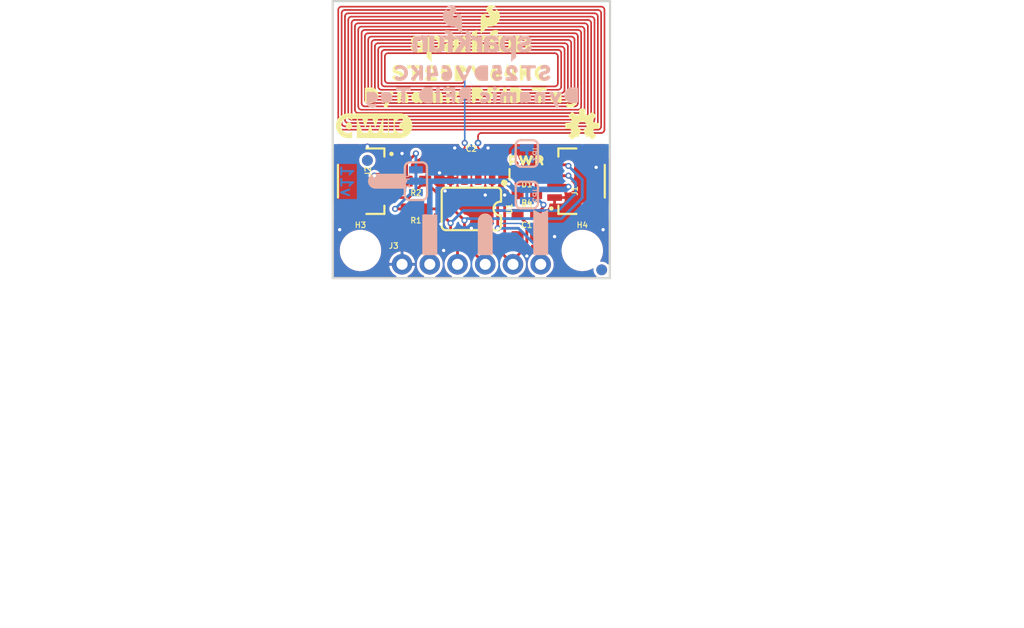
<source format=kicad_pcb>
(kicad_pcb (version 20221018) (generator pcbnew)
  (layers (0 "F.Cu" signal) (31 "B.Cu" signal) (34 "B.Paste" user) (35 "F.Paste" user) (36 "B.SilkS" user "B.Silkscreen") (37 "F.SilkS" user "F.Silkscreen") (38 "B.Mask" user) (39 "F.Mask" user) (44 "Edge.Cuts" user))
  (net 0 "")
  (net 1 "GND")
  (net 2 "3.3V")
  (net 3 "SCL")
  (net 4 "SDA")
  (net 5 "N$2")
  (net 6 "N$3")
  (net 7 "N$4")
  (net 8 "AC0")
  (net 9 "AC1")
  (net 10 "VEH")
  (net 11 "~{GPO}")
  (net 12 "N$5")
  (net 13 "N$1")
  (footprint "Qwiic_RFID_Tag:0603" (layer "F.Cu") (at 153.5811 111.8616)
    (fp_text reference "R4" (at 0 -0.762) (layer "F.SilkS") (effects (font (size 0.512064 0.512064) (thickness 0.097536)) (justify bottom)))
    (fp_text value "10k")
    (pad "1" smd roundrect (at -0.85 0) (size 1.1 1) (layers "F.Cu" "F.Paste" "F.Mask") (roundrect_rratio 0.0508) (net 11 "~{GPO}"))
    (pad "2" smd roundrect (at 0.85 0) (size 1.1 1) (layers "F.Cu" "F.Paste" "F.Mask") (roundrect_rratio 0.0508) (net 12 "N$5"))
  )
  (footprint "Qwiic_RFID_Tag:STAND-OFF" (layer "F.Cu") (at 138.3411 115.1636)
    (fp_text reference "H3" (at 0 -2.032) (layer "F.SilkS") (effects (font (size 0.512064 0.512064) (thickness 0.097536)) (justify bottom)))
    (fp_text value "STAND-OFF")
    (pad "" np_thru_hole circle (at 0 0) (size 3.302 3.302) (drill 3.302) (layers "*.Cu" "*.Mask"))
  )
  (footprint "Qwiic_RFID_Tag:0603" (layer "F.Cu") (at 153.5811 113.8936)
    (fp_text reference "C1" (at 0 -0.762) (layer "F.SilkS") (effects (font (size 0.512064 0.512064) (thickness 0.097536)) (justify bottom)))
    (fp_text value "0.1uF")
    (pad "1" smd roundrect (at -0.85 0) (size 1.1 1) (layers "F.Cu" "F.Paste" "F.Mask") (roundrect_rratio 0.0508) (net 2 "3.3V"))
    (pad "2" smd roundrect (at 0.85 0) (size 1.1 1) (layers "F.Cu" "F.Paste" "F.Mask") (roundrect_rratio 0.0508) (net 1 "GND"))
  )
  (footprint "Qwiic_RFID_Tag:0603" (layer "F.Cu") (at 143.4211 111.3536 180)
    (fp_text reference "R1" (at 0 -0.762) (layer "F.SilkS") (effects (font (size 0.512064 0.512064) (thickness 0.097536)) (justify top)))
    (fp_text value "2.2k")
    (pad "1" smd roundrect (at -0.85 0 180) (size 1.1 1) (layers "F.Cu" "F.Paste" "F.Mask") (roundrect_rratio 0.0508) (net 4 "SDA"))
    (pad "2" smd roundrect (at 0.85 0 180) (size 1.1 1) (layers "F.Cu" "F.Paste" "F.Mask") (roundrect_rratio 0.0508) (net 5 "N$2"))
  )
  (footprint "Qwiic_RFID_Tag:0603" (layer "F.Cu") (at 143.4211 108.8136 180)
    (fp_text reference "R2" (at 0 -0.762) (layer "F.SilkS") (effects (font (size 0.512064 0.512064) (thickness 0.097536)) (justify top)))
    (fp_text value "2.2k")
    (pad "1" smd roundrect (at -0.85 0 180) (size 1.1 1) (layers "F.Cu" "F.Paste" "F.Mask") (roundrect_rratio 0.0508) (net 3 "SCL"))
    (pad "2" smd roundrect (at 0.85 0 180) (size 1.1 1) (layers "F.Cu" "F.Paste" "F.Mask") (roundrect_rratio 0.0508) (net 6 "N$3"))
  )
  (footprint "Qwiic_RFID_Tag:PCB_4UH_INDUCTOR_1X0.5" (layer "F.Cu") (at 148.5011 105.0036)
    (fp_text reference "L1" hide)
    (fp_text value "PCB_4UH_INDUCTOR-1X0.5" hide)
    (fp_line (start -12.192 -1.2192) (end -12.192 -11.8872) (stroke (width 0.1524)) (layer "F.Cu"))
    (fp_line (start -11.8872 -12.192) (end 11.8872 -12.192) (stroke (width 0.1524)) (layer "F.Cu"))
    (fp_line (start -11.8872 -1.524) (end -11.8872 -11.5824) (stroke (width 0.1524)) (layer "F.Cu"))
    (fp_line (start -11.5824 -11.8872) (end 11.5824 -11.8872) (stroke (width 0.1524)) (layer "F.Cu"))
    (fp_line (start -11.5824 -11.2776) (end -11.5824 -1.8288) (stroke (width 0.1524)) (layer "F.Cu"))
    (fp_line (start -11.5824 -1.2192) (end 11.2776 -1.2192) (stroke (width 0.1524)) (layer "F.Cu"))
    (fp_line (start -11.2776 -10.9728) (end -11.2776 -2.1336) (stroke (width 0.1524)) (layer "F.Cu"))
    (fp_line (start -11.2776 -1.524) (end 10.9728 -1.524) (stroke (width 0.1524)) (layer "F.Cu"))
    (fp_line (start -10.9728 -10.668) (end -10.9728 -2.4384) (stroke (width 0.1524)) (layer "F.Cu"))
    (fp_line (start -10.9728 -1.8288) (end 10.668 -1.8288) (stroke (width 0.1524)) (layer "F.Cu"))
    (fp_line (start -10.668 -10.3632) (end -10.668 -2.7432) (stroke (width 0.1524)) (layer "F.Cu"))
    (fp_line (start -10.668 -2.1336) (end 10.3632 -2.1336) (stroke (width 0.1524)) (layer "F.Cu"))
    (fp_line (start -10.3632 -10.0584) (end -10.3632 -3.048) (stroke (width 0.1524)) (layer "F.Cu"))
    (fp_line (start -10.3632 -2.4384) (end 10.0584 -2.4384) (stroke (width 0.1524)) (layer "F.Cu"))
    (fp_line (start -10.0584 -9.7536) (end -10.0584 -3.3528) (stroke (width 0.1524)) (layer "F.Cu"))
    (fp_line (start -10.0584 -2.7432) (end 9.7536 -2.7432) (stroke (width 0.1524)) (layer "F.Cu"))
    (fp_line (start -9.7536 -9.4488) (end -9.7536 -3.6576) (stroke (width 0.1524)) (layer "F.Cu"))
    (fp_line (start -9.7536 -3.048) (end 9.4488 -3.048) (stroke (width 0.1524)) (layer "F.Cu"))
    (fp_line (start -9.4488 -9.144) (end -9.4488 -3.9624) (stroke (width 0.1524)) (layer "F.Cu"))
    (fp_line (start -9.4488 -3.3528) (end 9.144 -3.3528) (stroke (width 0.1524)) (layer "F.Cu"))
    (fp_line (start -9.144 -8.8392) (end -9.144 -4.2672) (stroke (width 0.1524)) (layer "F.Cu"))
    (fp_line (start -9.144 -3.6576) (end 8.8392 -3.6576) (stroke (width 0.1524)) (layer "F.Cu"))
    (fp_line (start -8.8392 -8.5344) (end -8.8392 -4.572) (stroke (width 0.1524)) (layer "F.Cu"))
    (fp_line (start -8.8392 -3.9624) (end 8.5344 -3.9624) (stroke (width 0.1524)) (layer "F.Cu"))
    (fp_line (start -8.5344 -8.2296) (end -8.5344 -4.8768) (stroke (width 0.1524)) (layer "F.Cu"))
    (fp_line (start -8.5344 -4.2672) (end 8.2296 -4.2672) (stroke (width 0.1524)) (layer "F.Cu"))
    (fp_line (start -8.2296 -7.9248) (end -8.2296 -5.1816) (stroke (width 0.1524)) (layer "F.Cu"))
    (fp_line (start -8.2296 -4.572) (end 7.9248 -4.572) (stroke (width 0.1524)) (layer "F.Cu"))
    (fp_line (start -7.9248 -7.62) (end -7.9248 -5.4864) (stroke (width 0.1524)) (layer "F.Cu"))
    (fp_line (start -7.9248 -4.8768) (end 7.62 -4.8768) (stroke (width 0.1524)) (layer "F.Cu"))
    (fp_line (start -7.62 -5.1816) (end -0.9144 -5.1816) (stroke (width 0.1524)) (layer "F.Cu"))
    (fp_line (start -0.6096 -5.4864) (end -0.6096 -6.096) (stroke (width 0.1524)) (layer "F.Cu"))
    (fp_line (start 0.6096 0.3048) (end 0.6096 -0.3048) (stroke (width 0.1524)) (layer "F.Cu"))
    (fp_line (start 7.62 -7.9248) (end -7.62 -7.9248) (stroke (width 0.1524)) (layer "F.Cu"))
    (fp_line (start 7.9248 -8.2296) (end -7.9248 -8.2296) (stroke (width 0.1524)) (layer "F.Cu"))
    (fp_line (start 7.9248 -5.1816) (end 7.9248 -7.62) (stroke (width 0.1524)) (layer "F.Cu"))
    (fp_line (start 8.2296 -8.5344) (end -8.2296 -8.5344) (stroke (width 0.1524)) (layer "F.Cu"))
    (fp_line (start 8.2296 -4.8768) (end 8.2296 -7.9248) (stroke (width 0.1524)) (layer "F.Cu"))
    (fp_line (start 8.5344 -8.8392) (end -8.5344 -8.8392) (stroke (width 0.1524)) (layer "F.Cu"))
    (fp_line (start 8.5344 -4.572) (end 8.5344 -8.2296) (stroke (width 0.1524)) (layer "F.Cu"))
    (fp_line (start 8.8392 -9.144) (end -8.8392 -9.144) (stroke (width 0.1524)) (layer "F.Cu"))
    (fp_line (start 8.8392 -4.2672) (end 8.8392 -8.5344) (stroke (width 0.1524)) (layer "F.Cu"))
    (fp_line (start 9.144 -9.4488) (end -9.144 -9.4488) (stroke (width 0.1524)) (layer "F.Cu"))
    (fp_line (start 9.144 -3.9624) (end 9.144 -8.8392) (stroke (width 0.1524)) (layer "F.Cu"))
    (fp_line (start 9.4488 -9.7536) (end -9.4488 -9.7536) (stroke (width 0.1524)) (layer "F.Cu"))
    (fp_line (start 9.4488 -3.6576) (end 9.4488 -9.144) (stroke (width 0.1524)) (layer "F.Cu"))
    (fp_line (start 9.7536 -10.0584) (end -9.7536 -10.0584) (stroke (width 0.1524)) (layer "F.Cu"))
    (fp_line (start 9.7536 -3.3528) (end 9.7536 -9.4488) (stroke (width 0.1524)) (layer "F.Cu"))
    (fp_line (start 10.0584 -10.3632) (end -10.0584 -10.3632) (stroke (width 0.1524)) (layer "F.Cu"))
    (fp_line (start 10.0584 -3.048) (end 10.0584 -9.7536) (stroke (width 0.1524)) (layer "F.Cu"))
    (fp_line (start 10.3632 -10.668) (end -10.3632 -10.668) (stroke (width 0.1524)) (layer "F.Cu"))
    (fp_line (start 10.3632 -2.7432) (end 10.3632 -10.0584) (stroke (width 0.1524)) (layer "F.Cu"))
    (fp_line (start 10.668 -10.9728) (end -10.668 -10.9728) (stroke (width 0.1524)) (layer "F.Cu"))
    (fp_line (start 10.668 -2.4384) (end 10.668 -10.3632) (stroke (width 0.1524)) (layer "F.Cu"))
    (fp_line (start 10.9728 -11.2776) (end -10.9728 -11.2776) (stroke (width 0.1524)) (layer "F.Cu"))
    (fp_line (start 10.9728 -2.1336) (end 10.9728 -10.668) (stroke (width 0.1524)) (layer "F.Cu"))
    (fp_line (start 11.2776 -11.5824) (end -11.2776 -11.5824) (stroke (width 0.1524)) (layer "F.Cu"))
    (fp_line (start 11.2776 -1.8288) (end 11.2776 -10.9728) (stroke (width 0.1524)) (layer "F.Cu"))
    (fp_line (start 11.5824 -1.524) (end 11.5824 -11.2776) (stroke (width 0.1524)) (layer "F.Cu"))
    (fp_line (start 11.5824 -0.9144) (end -11.8872 -0.9144) (stroke (width 0.1524)) (layer "F.Cu"))
    (fp_line (start 11.8872 -11.5824) (end 11.8872 -1.2192) (stroke (width 0.1524)) (layer "F.Cu"))
    (fp_line (start 11.8872 -0.6096) (end 0.9144 -0.6096) (stroke (width 0.1524)) (layer "F.Cu"))
    (fp_line (start 12.192 -11.8872) (end 12.192 -0.9144) (stroke (width 0.1524)) (layer "F.Cu"))
    (fp_arc (start -12.192 -11.8872) (mid -12.102726 -12.102726) (end -11.8872 -12.192) (stroke (width 0.1524)) (layer "F.Cu"))
    (fp_arc (start -11.8872 -11.5824) (mid -11.797926 -11.797926) (end -11.5824 -11.8872) (stroke (width 0.1524)) (layer "F.Cu"))
    (fp_arc (start -11.8872 -0.9144) (mid -12.102726 -1.003674) (end -12.192 -1.2192) (stroke (width 0.1524)) (layer "F.Cu"))
    (fp_arc (start -11.5824 -11.2776) (mid -11.493126 -11.493126) (end -11.2776 -11.5824) (stroke (width 0.1524)) (layer "F.Cu"))
    (fp_arc (start -11.5824 -1.2192) (mid -11.797926 -1.308474) (end -11.8872 -1.524) (stroke (width 0.1524)) (layer "F.Cu"))
    (fp_arc (start -11.2776 -10.9728) (mid -11.188326 -11.188326) (end -10.9728 -11.2776) (stroke (width 0.1524)) (layer "F.Cu"))
    (fp_arc (start -11.2776 -1.524) (mid -11.493126 -1.613274) (end -11.5824 -1.8288) (stroke (width 0.1524)) (layer "F.Cu"))
    (fp_arc (start -10.9728 -10.668) (mid -10.883526 -10.883526) (end -10.668 -10.9728) (stroke (width 0.1524)) (layer "F.Cu"))
    (fp_arc (start -10.9728 -1.8288) (mid -11.188326 -1.918074) (end -11.2776 -2.1336) (stroke (width 0.1524)) (layer "F.Cu"))
    (fp_arc (start -10.668 -10.3632) (mid -10.578726 -10.578726) (end -10.3632 -10.668) (stroke (width 0.1524)) (layer "F.Cu"))
    (fp_arc (start -10.668 -2.1336) (mid -10.883526 -2.222874) (end -10.9728 -2.4384) (stroke (width 0.1524)) (layer "F.Cu"))
    (fp_arc (start -10.3632 -10.0584) (mid -10.273926 -10.273926) (end -10.0584 -10.3632) (stroke (width 0.1524)) (layer "F.Cu"))
    (fp_arc (start -10.3632 -2.4384) (mid -10.578726 -2.527674) (end -10.668 -2.7432) (stroke (width 0.1524)) (layer "F.Cu"))
    (fp_arc (start -10.0584 -9.7536) (mid -9.969126 -9.969126) (end -9.7536 -10.0584) (stroke (width 0.1524)) (layer "F.Cu"))
    (fp_arc (start -10.0584 -2.7432) (mid -10.273926 -2.832474) (end -10.3632 -3.048) (stroke (width 0.1524)) (layer "F.Cu"))
    (fp_arc (start -9.7536 -9.4488) (mid -9.664326 -9.664326) (end -9.4488 -9.7536) (stroke (width 0.1524)) (layer "F.Cu"))
    (fp_arc (start -9.7536 -3.048) (mid -9.969126 -3.137274) (end -10.0584 -3.3528) (stroke (width 0.1524)) (layer "F.Cu"))
    (fp_arc (start -9.4488 -9.144) (mid -9.359526 -9.359526) (end -9.144 -9.4488) (stroke (width 0.1524)) (layer "F.Cu"))
    (fp_arc (start -9.4488 -3.3528) (mid -9.664326 -3.442074) (end -9.7536 -3.6576) (stroke (width 0.1524)) (layer "F.Cu"))
    (fp_arc (start -9.144 -8.8392) (mid -9.054726 -9.054726) (end -8.8392 -9.144) (stroke (width 0.1524)) (layer "F.Cu"))
    (fp_arc (start -9.144 -3.6576) (mid -9.359526 -3.746874) (end -9.4488 -3.9624) (stroke (width 0.1524)) (layer "F.Cu"))
    (fp_arc (start -8.8392 -8.5344) (mid -8.749926 -8.749926) (end -8.5344 -8.8392) (stroke (width 0.1524)) (layer "F.Cu"))
    (fp_arc (start -8.8392 -3.9624) (mid -9.054726 -4.051674) (end -9.144 -4.2672) (stroke (width 0.1524)) (layer "F.Cu"))
    (fp_arc (start -8.5344 -8.2296) (mid -8.445126 -8.445126) (end -8.2296 -8.5344) (stroke (width 0.1524)) (layer "F.Cu"))
    (fp_arc (start -8.5344 -4.2672) (mid -8.749926 -4.356474) (end -8.8392 -4.572) (stroke (width 0.1524)) (layer "F.Cu"))
    (fp_arc (start -8.2296 -7.9248) (mid -8.140326 -8.140326) (end -7.9248 -8.2296) (stroke (width 0.1524)) (layer "F.Cu"))
    (fp_arc (start -8.2296 -4.572) (mid -8.445126 -4.661274) (end -8.5344 -4.8768) (stroke (width 0.1524)) (layer "F.Cu"))
    (fp_arc (start -7.9248 -7.62) (mid -7.835526 -7.835526) (end -7.62 -7.9248) (stroke (width 0.1524)) (layer "F.Cu"))
    (fp_arc (start -7.9248 -4.8768) (mid -8.140326 -4.966074) (end -8.2296 -5.1816) (stroke (width 0.1524)) (layer "F.Cu"))
    (fp_arc (start -7.62 -5.1816) (mid -7.835526 -5.270874) (end -7.9248 -5.4864) (stroke (width 0.1524)) (layer "F.Cu"))
    (fp_arc (start -0.6096 -5.4864) (mid -0.698874 -5.270874) (end -0.9144 -5.1816) (stroke (width 0.1524)) (layer "F.Cu"))
    (fp_arc (start 0.6096 -0.3048) (mid 0.698874 -0.520326) (end 0.9144 -0.6096) (stroke (width 0.1524)) (layer "F.Cu"))
    (fp_arc (start 7.62 -7.9248) (mid 7.835526 -7.835526) (end 7.9248 -7.62) (stroke (width 0.1524)) (layer "F.Cu"))
    (fp_arc (start 7.9248 -8.2296) (mid 8.140326 -8.140326) (end 8.2296 -7.9248) (stroke (width 0.1524)) (layer "F.Cu"))
    (fp_arc (start 7.9248 -5.1816) (mid 7.835526 -4.966074) (end 7.62 -4.8768) (stroke (width 0.1524)) (layer "F.Cu"))
    (fp_arc (start 8.2296 -8.5344) (mid 8.445126 -8.445126) (end 8.5344 -8.2296) (stroke (width 0.1524)) (layer "F.Cu"))
    (fp_arc (start 8.2296 -4.8768) (mid 8.140326 -4.661274) (end 7.9248 -4.572) (stroke (width 0.1524)) (layer "F.Cu"))
    (fp_arc (start 8.5344 -8.8392) (mid 8.749926 -8.749926) (end 8.8392 -8.5344) (stroke (width 0.1524)) (layer "F.Cu"))
    (fp_arc (start 8.5344 -4.572) (mid 8.445126 -4.356474) (end 8.2296 -4.2672) (stroke (width 0.1524)) (layer "F.Cu"))
    (fp_arc (start 8.8392 -9.144) (mid 9.054726 -9.054726) (end 9.144 -8.8392) (stroke (width 0.1524)) (layer "F.Cu"))
    (fp_arc (start 8.8392 -4.2672) (mid 8.749926 -4.051674) (end 8.5344 -3.9624) (stroke (width 0.1524)) (layer "F.Cu"))
    (fp_arc (start 9.144 -9.4488) (mid 9.359526 -9.359526) (end 9.4488 -9.144) (stroke (width 0.1524)) (layer "F.Cu"))
    (fp_arc (start 9.144 -3.9624) (mid 9.054726 -3.746874) (end 8.8392 -3.6576) (stroke (width 0.1524)) (layer "F.Cu"))
    (fp_arc (start 9.4488 -9.7536) (mid 9.664326 -9.664326) (end 9.7536 -9.4488) (stroke (width 0.1524)) (layer "F.Cu"))
    (fp_arc (start 9.4488 -3.6576) (mid 9.359526 -3.442074) (end 9.144 -3.3528) (stroke (width 0.1524)) (layer "F.Cu"))
    (fp_arc (start 9.7536 -10.0584) (mid 9.969126 -9.969126) (end 10.0584 -9.7536) (stroke (width 0.1524)) (layer "F.Cu"))
    (fp_arc (start 9.7536 -3.3528) (mid 9.664326 -3.137274) (end 9.4488 -3.048) (stroke (width 0.1524)) (layer "F.Cu"))
    (fp_arc (start 10.0584 -10.3632) (mid 10.273926 -10.273926) (end 10.3632 -10.0584) (stroke (width 0.1524)) (layer "F.Cu"))
    (fp_arc (start 10.0584 -3.048) (mid 9.969126 -2.832474) (end 9.7536 -2.7432) (stroke (width 0.1524)) (layer "F.Cu"))
    (fp_arc (start 10.3632 -10.668) (mid 10.578726 -10.578726) (end 10.668 -10.3632) (stroke (width 0.1524)) (layer "F.Cu"))
    (fp_arc (start 10.3632 -2.7432) (mid 10.273926 -2.527674) (end 10.0584 -2.4384) (stroke (width 0.1524)) (layer "F.Cu"))
    (fp_arc (start 10.668 -10.9728) (mid 10.883526 -10.883526) (end 10.9728 -10.668) (stroke (width 0.1524)) (layer "F.Cu"))
    (fp_arc (start 10.668 -2.4384) (mid 10.578726 -2.222874) (end 10.3632 -2.1336) (stroke (width 0.1524)) (layer "F.Cu"))
    (fp_arc (start 10.9728 -11.2776) (mid 11.188326 -11.188326) (end 11.2776 -10.9728) (stroke (width 0.1524)) (layer "F.Cu"))
    (fp_arc (start 10.9728 -2.1336) (mid 10.883526 -1.918074) (end 10.668 -1.8288) (stroke (width 0.1524)) (layer "F.Cu"))
    (fp_arc (start 11.2776 -11.5824) (mid 11.493126 -11.493126) (end 11.5824 -11.2776) (stroke (width 0.1524)) (layer "F.Cu"))
    (fp_arc (start 11.2776 -1.8288) (mid 11.188326 -1.613274) (end 10.9728 -1.524) (stroke (width 0.1524)) (layer "F.Cu"))
    (fp_arc (start 11.5824 -11.8872) (mid 11.797926 -11.797926) (end 11.8872 -11.5824) (stroke (width 0.1524)) (layer "F.Cu"))
    (fp_arc (start 11.5824 -1.524) (mid 11.493126 -1.308474) (end 11.2776 -1.2192) (stroke (width 0.1524)) (layer "F.Cu"))
    (fp_arc (start 11.8872 -12.192) (mid 12.102726 -12.102726) (end 12.192 -11.8872) (stroke (width 0.1524)) (layer "F.Cu"))
    (fp_arc (start 11.8872 -1.2192) (mid 11.797926 -1.003674) (end 11.5824 -0.9144) (stroke (width 0.1524)) (layer "F.Cu"))
    (fp_arc (start 12.192 -0.9144) (mid 12.102726 -0.698874) (end 11.8872 -0.6096) (stroke (width 0.1524)) (layer "F.Cu"))
    (pad "IN1" thru_hole circle (at -0.6096 -6.096) (size 0.6096 0.6096) (drill 0.3048) (layers "*.Cu") (net 9 "AC1"))
    (pad "IN2" thru_hole circle (at 0.6096 0.3048) (size 0.6096 0.6096) (drill 0.3048) (layers "*.Cu") (net 8 "AC0"))
  )
  (footprint "Qwiic_RFID_Tag:0603" (layer "F.Cu") (at 148.5011 106.9086)
    (fp_text reference "C2" (at 0 -0.762) (layer "F.SilkS") (effects (font (size 0.512064 0.512064) (thickness 0.097536)) (justify bottom)))
    (fp_text value "4.7pF")
    (pad "1" smd roundrect (at -0.85 0) (size 1.1 1) (layers "F.Cu" "F.Paste" "F.Mask") (roundrect_rratio 0.0508) (net 9 "AC1"))
    (pad "2" smd roundrect (at 0.85 0) (size 1.1 1) (layers "F.Cu" "F.Paste" "F.Mask") (roundrect_rratio 0.0508) (net 8 "AC0"))
  )
  (footprint "Qwiic_RFID_Tag:PWR11" (layer "F.Cu") (at 153.5811 106.9086)
    (fp_text reference "U$9" hide)
    (fp_text value "" hide)
  )
  (footprint "Qwiic_RFID_Tag:DYNAMIC_RFID_TAG0" (layer "F.Cu") (at 148.5011 100.9396)
    (fp_text reference "U$10" hide)
    (fp_text value "" hide)
  )
  (footprint "Qwiic_RFID_Tag:CREATIVE_COMMONS" (layer "F.Cu") (at 125.6411 146.9136)
    (fp_text reference "FRAME2" hide)
    (fp_text value "FRAME-LETTER" hide)
  )
  (footprint "Qwiic_RFID_Tag:FIDUCIAL-1X2" (layer "F.Cu") (at 138.9761 106.9086)
    (fp_text reference "FD2" hide)
    (fp_text value "FIDUCIAL1X2" hide)
    (pad "1" smd roundrect (at 0 0) (size 1 1) (layers "F.Cu" "F.Mask") (roundrect_rratio 0.5))
  )
  (footprint "Qwiic_RFID_Tag:SFE_LOGO_NAME_FLAME_.1" (layer "F.Cu") (at 148.5011 96.3676)
    (fp_text reference "LOGO2" hide)
    (fp_text value "SFE_LOGO_NAME_FLAME.1_INCH" hide)
  )
  (footprint "Qwiic_RFID_Tag:OSHW-LOGO-S" (layer "F.Cu") (at 158.6611 103.7336)
    (fp_text reference "LOGO1" hide)
    (fp_text value "OSHW-LOGOS" hide)
  )
  (footprint "Qwiic_RFID_Tag:ST25DV64KC5984" (layer "F.Cu") (at 148.5011 98.9076)
    (fp_text reference "U$13" hide)
    (fp_text value "" hide)
  )
  (footprint "Qwiic_RFID_Tag:QWIIC_7MM" (layer "F.Cu") (at 139.6111 103.7336)
    (fp_text reference "LOGO3" hide)
    (fp_text value "QWIIC_LOGO_7MM" hide)
  )
  (footprint "Qwiic_RFID_Tag:JST04_1MM_RA" (layer "F.Cu") (at 156.1211 108.8136 90)
    (fp_text reference "J1" (at -1.397 2.159 90) (layer "F.SilkS") (effects (font (size 0.512064 0.512064) (thickness 0.097536)) (justify left bottom)))
    (fp_text value "Qwiic")
    (pad "1" smd roundrect (at -1.5 0 90) (size 0.6 1.35) (layers "F.Cu" "F.Paste" "F.Mask") (roundrect_rratio 0.08466666667) (net 1 "GND"))
    (pad "2" smd roundrect (at -0.5 0 90) (size 0.6 1.35) (layers "F.Cu" "F.Paste" "F.Mask") (roundrect_rratio 0.08466666667) (net 2 "3.3V"))
    (pad "3" smd roundrect (at 0.5 0 90) (size 0.6 1.35) (layers "F.Cu" "F.Paste" "F.Mask") (roundrect_rratio 0.08466666667) (net 4 "SDA"))
    (pad "4" smd roundrect (at 1.5 0 90) (size 0.6 1.35) (layers "F.Cu" "F.Paste" "F.Mask") (roundrect_rratio 0.08466666667) (net 3 "SCL"))
    (pad "NC1" smd roundrect (at 2.8 3.675 90) (size 1.2 2) (layers "F.Cu" "F.Paste" "F.Mask") (roundrect_rratio 0.04233333333))
    (pad "NC2" smd roundrect (at -2.8 3.675 90) (size 1.2 2) (layers "F.Cu" "F.Paste" "F.Mask") (roundrect_rratio 0.04233333333))
  )
  (footprint "Qwiic_RFID_Tag:0603" (layer "F.Cu") (at 153.5811 109.9566 180)
    (fp_text reference "R3" (at 0 -0.762) (layer "F.SilkS") (effects (font (size 0.512064 0.512064) (thickness 0.097536)) (justify top)))
    (fp_text value "1k")
    (pad "1" smd roundrect (at -0.85 0 180) (size 1.1 1) (layers "F.Cu" "F.Paste" "F.Mask") (roundrect_rratio 0.0508) (net 7 "N$4"))
    (pad "2" smd roundrect (at 0.85 0 180) (size 1.1 1) (layers "F.Cu" "F.Paste" "F.Mask") (roundrect_rratio 0.0508) (net 2 "3.3V"))
  )
  (footprint "Qwiic_RFID_Tag:SO08" (layer "F.Cu") (at 148.5011 111.3536 180)
    (fp_text reference "U1" (at -3.175 0 90) (layer "F.SilkS") (effects (font (size 0.512064 0.512064) (thickness 0.097536)) (justify top)))
    (fp_text value "ST25DV64KC")
    (pad "1" smd roundrect (at -1.905 2.8 180) (size 0.6 1.2) (layers "F.Cu" "F.Paste" "F.Mask") (roundrect_rratio 0.08466666667) (net 10 "VEH"))
    (pad "2" smd roundrect (at -0.635 2.8 180) (size 0.6 1.2) (layers "F.Cu" "F.Paste" "F.Mask") (roundrect_rratio 0.08466666667) (net 8 "AC0"))
    (pad "3" smd roundrect (at 0.635 2.8 180) (size 0.6 1.2) (layers "F.Cu" "F.Paste" "F.Mask") (roundrect_rratio 0.08466666667) (net 9 "AC1"))
    (pad "4" smd roundrect (at 1.905 2.8 180) (size 0.6 1.2) (layers "F.Cu" "F.Paste" "F.Mask") (roundrect_rratio 0.08466666667) (net 1 "GND"))
    (pad "5" smd roundrect (at 1.905 -2.8 180) (size 0.6 1.2) (layers "F.Cu" "F.Paste" "F.Mask") (roundrect_rratio 0.08466666667) (net 4 "SDA"))
    (pad "6" smd roundrect (at 0.635 -2.8 180) (size 0.6 1.2) (layers "F.Cu" "F.Paste" "F.Mask") (roundrect_rratio 0.08466666667) (net 3 "SCL"))
    (pad "7" smd roundrect (at -0.635 -2.8 180) (size 0.6 1.2) (layers "F.Cu" "F.Paste" "F.Mask") (roundrect_rratio 0.08466666667) (net 11 "~{GPO}"))
    (pad "8" smd roundrect (at -1.905 -2.8 180) (size 0.6 1.2) (layers "F.Cu" "F.Paste" "F.Mask") (roundrect_rratio 0.08466666667) (net 2 "3.3V"))
  )
  (footprint "Qwiic_RFID_Tag:1X06_NO_SILK" (layer "F.Cu") (at 142.1511 116.4336)
    (fp_text reference "J3" (at -1.27 -1.397) (layer "F.SilkS") (effects (font (size 0.512064 0.512064) (thickness 0.097536)) (justify left bottom)))
    (fp_text value "")
    (pad "1" thru_hole circle (at 0 0 90) (size 1.8796 1.8796) (drill 1.016) (layers "*.Cu" "*.Mask") (net 1 "GND"))
    (pad "2" thru_hole circle (at 2.54 0 90) (size 1.8796 1.8796) (drill 1.016) (layers "*.Cu" "*.Mask") (net 2 "3.3V"))
    (pad "3" thru_hole circle (at 5.08 0 90) (size 1.8796 1.8796) (drill 1.016) (layers "*.Cu" "*.Mask") (net 4 "SDA"))
    (pad "4" thru_hole circle (at 7.62 0 90) (size 1.8796 1.8796) (drill 1.016) (layers "*.Cu" "*.Mask") (net 3 "SCL"))
    (pad "5" thru_hole circle (at 10.16 0 90) (size 1.8796 1.8796) (drill 1.016) (layers "*.Cu" "*.Mask") (net 11 "~{GPO}"))
    (pad "6" thru_hole circle (at 12.7 0 90) (size 1.8796 1.8796) (drill 1.016) (layers "*.Cu" "*.Mask") (net 10 "VEH"))
  )
  (footprint "Qwiic_RFID_Tag:STAND-OFF" (layer "F.Cu") (at 158.6611 115.1636)
    (fp_text reference "H4" (at 0 -2.032) (layer "F.SilkS") (effects (font (size 0.512064 0.512064) (thickness 0.097536)) (justify bottom)))
    (fp_text value "STAND-OFF")
    (pad "" np_thru_hole circle (at 0 0) (size 3.302 3.302) (drill 3.302) (layers "*.Cu" "*.Mask"))
  )
  (footprint "Qwiic_RFID_Tag:FIDUCIAL-1X2" (layer "F.Cu") (at 160.4391 116.9416)
    (fp_text reference "FD4" hide)
    (fp_text value "FIDUCIAL1X2" hide)
    (pad "1" smd roundrect (at 0 0) (size 1 1) (layers "F.Cu" "F.Mask") (roundrect_rratio 0.5))
  )
  (footprint "Qwiic_RFID_Tag:LED-0603" (layer "F.Cu") (at 153.5811 108.1786 180)
    (fp_text reference "D1" (at 0 -0.635) (layer "F.SilkS") (effects (font (size 0.512064 0.512064) (thickness 0.097536)) (justify top)))
    (fp_text value "RED")
    (pad "A" smd roundrect (at -0.877 0 90) (size 1 1) (layers "F.Cu" "F.Paste" "F.Mask") (roundrect_rratio 0.15) (net 7 "N$4"))
    (pad "C" smd roundrect (at 0.877 0 90) (size 1 1) (layers "F.Cu" "F.Paste" "F.Mask") (roundrect_rratio 0.15) (net 13 "N$1"))
  )
  (footprint "Qwiic_RFID_Tag:JST04_1MM_RA" (layer "F.Cu") (at 140.8811 108.8136 -90)
    (fp_text reference "J2" (at -1.397 2.159 90) (layer "F.SilkS") (effects (font (size 0.512064 0.512064) (thickness 0.097536)) (justify right top)))
    (fp_text value "Qwiic")
    (pad "1" smd roundrect (at -1.5 0 270) (size 0.6 1.35) (layers "F.Cu" "F.Paste" "F.Mask") (roundrect_rratio 0.08466666667) (net 1 "GND"))
    (pad "2" smd roundrect (at -0.5 0 270) (size 0.6 1.35) (layers "F.Cu" "F.Paste" "F.Mask") (roundrect_rratio 0.08466666667) (net 2 "3.3V"))
    (pad "3" smd roundrect (at 0.5 0 270) (size 0.6 1.35) (layers "F.Cu" "F.Paste" "F.Mask") (roundrect_rratio 0.08466666667) (net 4 "SDA"))
    (pad "4" smd roundrect (at 1.5 0 270) (size 0.6 1.35) (layers "F.Cu" "F.Paste" "F.Mask") (roundrect_rratio 0.08466666667) (net 3 "SCL"))
    (pad "NC1" smd roundrect (at 2.8 3.675 270) (size 1.2 2) (layers "F.Cu" "F.Paste" "F.Mask") (roundrect_rratio 0.04233333333))
    (pad "NC2" smd roundrect (at -2.8 3.675 270) (size 1.2 2) (layers "F.Cu" "F.Paste" "F.Mask") (roundrect_rratio 0.04233333333))
  )
  (footprint "Qwiic_RFID_Tag:#3V3#0" (layer "B.Cu") (at 144.6911 115.9256 90)
    (fp_text reference "U$3" hide)
    (fp_text value "" hide)
  )
  (footprint "Qwiic_RFID_Tag:#VEH#7" (layer "B.Cu") (at 154.8511 115.9256 90)
    (fp_text reference "U$23" hide)
    (fp_text value "" hide)
  )
  (footprint "Qwiic_RFID_Tag:SMT-JUMPER_3_2-NC_TRACE_SILK" (layer "B.Cu") (at 143.4211 108.8136 -90)
    (fp_text reference "JP1" (at 0 1.143 -270) (layer "B.SilkS") (effects (font (size 0.512064 0.512064) (thickness 0.097536)) (justify top mirror)))
    (fp_text value "JUMPER-SMT_3_2-NC_TRACE_SILK")
    (fp_poly (pts (xy -0.50165 -0.13335) (xy -1.23825 -0.13335) (xy -1.23825 0.13335) (xy -0.50165 0.13335)) (fill solid) (layer "B.Cu"))
    (fp_poly (pts (xy 0.53975 -0.13335) (xy -0.53975 -0.13335) (xy -0.53975 0.13335) (xy 0.53975 0.13335)) (fill solid) (layer "B.Cu"))
    (fp_poly (pts (xy 1.23825 -0.13335) (xy 0.50165 -0.13335) (xy 0.50165 0.13335) (xy 1.23825 0.13335)) (fill solid) (layer "B.Cu"))
    (pad "1" smd roundrect (at -1.0414 0 270) (size 0.6604 1.27) (layers "B.Cu" "B.Mask") (roundrect_rratio 0.07692307692) (net 6 "N$3"))
    (pad "2" smd roundrect (at 0 0 270) (size 0.6604 1.27) (layers "B.Cu" "B.Mask") (roundrect_rratio 0.07692307692) (net 2 "3.3V"))
    (pad "3" smd roundrect (at 1.0414 0 270) (size 0.6604 1.27) (layers "B.Cu" "B.Mask") (roundrect_rratio 0.07692307692) (net 5 "N$2"))
  )
  (footprint "Qwiic_RFID_Tag:#LED#10" (layer "B.Cu") (at 154.2161 106.2736 180)
    (fp_text reference "U$17" hide)
    (fp_text value "" hide)
  )
  (footprint "Qwiic_RFID_Tag:#GND#4" (layer "B.Cu") (at 142.1511 115.9256 90)
    (fp_text reference "U$18" hide)
    (fp_text value "" hide)
  )
  (footprint "Qwiic_RFID_Tag:SFE_LOGO_NAME_FLAME_.1" (layer "B.Cu") (at 148.5011 96.3676 180)
    (fp_text reference "LOGO4" hide)
    (fp_text value "SFE_LOGO_NAME_FLAME.1_INCH" hide)
  )
  (footprint "Qwiic_RFID_Tag:##GPO##8" (layer "B.Cu") (at 152.3111 115.9256 90)
    (fp_text reference "U$22" hide)
    (fp_text value "" hide)
  )
  (footprint "Qwiic_RFID_Tag:#I2C#0" (layer "B.Cu") (at 142.7861 108.8136 180)
    (fp_text reference "U$1" hide)
    (fp_text value "" hide)
  )
  (footprint "Qwiic_RFID_Tag:SMT-JUMPER_2_NC_TRACE_SILK" (layer "B.Cu") (at 153.5811 106.2736 90)
    (fp_text reference "JP3" (at 0 1.143 90) (layer "B.SilkS") (effects (font (size 0.512064 0.512064) (thickness 0.097536)) (justify bottom mirror)))
    (fp_text value "JUMPER-SMT_2_NC_TRACE_SILK")
    (fp_poly (pts (xy 0.03175 -0.13335) (xy -0.70485 -0.13335) (xy -0.70485 0.13335) (xy 0.03175 0.13335)) (fill solid) (layer "B.Cu"))
    (fp_poly (pts (xy 0.70485 -0.13335) (xy -0.03175 -0.13335) (xy -0.03175 0.13335) (xy 0.70485 0.13335)) (fill solid) (layer "B.Cu"))
    (pad "1" smd roundrect (at -0.5207 0 90) (size 0.6604 1.27) (layers "B.Cu" "B.Mask") (roundrect_rratio 0.07692307692) (net 1 "GND"))
    (pad "2" smd roundrect (at 0.5207 0 90) (size 0.6604 1.27) (layers "B.Cu" "B.Mask") (roundrect_rratio 0.07692307692) (net 13 "N$1"))
  )
  (footprint "Qwiic_RFID_Tag:#SCL#6" (layer "B.Cu") (at 149.7711 115.9256 90)
    (fp_text reference "U$21" hide)
    (fp_text value "" hide)
  )
  (footprint "Qwiic_RFID_Tag:DYNAMIC_RFID_TAG0" (layer "B.Cu") (at 148.5011 100.9396 180)
    (fp_text reference "U$11" hide)
    (fp_text value "" hide)
  )
  (footprint "Qwiic_RFID_Tag:##GPO##9" (layer "B.Cu") (at 154.2161 110.0836 180)
    (fp_text reference "U$16" hide)
    (fp_text value "" hide)
  )
  (footprint "Qwiic_RFID_Tag:FIDUCIAL-1X2" (layer "B.Cu") (at 160.4391 116.9416 180)
    (fp_text reference "FD3" hide)
    (fp_text value "FIDUCIAL1X2" hide)
    (pad "1" smd roundrect (at 0 0 180) (size 1 1) (layers "B.Cu" "B.Mask") (roundrect_rratio 0.5))
  )
  (footprint "Qwiic_RFID_Tag:SMT-JUMPER_2_NC_TRACE_SILK" (layer "B.Cu") (at 153.5811 110.0836 90)
    (fp_text reference "JP2" (at 0 1.143 90) (layer "B.SilkS") (effects (font (size 0.512064 0.512064) (thickness 0.097536)) (justify bottom mirror)))
    (fp_text value "JUMPER-SMT_2_NC_TRACE_SILK")
    (fp_poly (pts (xy 0.03175 -0.13335) (xy -0.70485 -0.13335) (xy -0.70485 0.13335) (xy 0.03175 0.13335)) (fill solid) (layer "B.Cu"))
    (fp_poly (pts (xy 0.70485 -0.13335) (xy -0.03175 -0.13335) (xy -0.03175 0.13335) (xy 0.70485 0.13335)) (fill solid) (layer "B.Cu"))
    (pad "1" smd roundrect (at -0.5207 0 90) (size 0.6604 1.27) (layers "B.Cu" "B.Mask") (roundrect_rratio 0.07692307692) (net 12 "N$5"))
    (pad "2" smd roundrect (at 0.5207 0 90) (size 0.6604 1.27) (layers "B.Cu" "B.Mask") (roundrect_rratio 0.07692307692) (net 2 "3.3V"))
  )
  (footprint "Qwiic_RFID_Tag:ST25DV64KC5984" (layer "B.Cu") (at 148.5011 98.9076 180)
    (fp_text reference "U$24" hide)
    (fp_text value "" hide)
  )
  (footprint "Qwiic_RFID_Tag:FIDUCIAL-1X2" (layer "B.Cu") (at 138.9761 106.9086 180)
    (fp_text reference "FD1" hide)
    (fp_text value "FIDUCIAL1X2" hide)
    (pad "1" smd roundrect (at 0 0 180) (size 1 1) (layers "B.Cu" "B.Mask") (roundrect_rratio 0.5))
  )
  (footprint "Qwiic_RFID_Tag:#SDA#5" (layer "B.Cu") (at 147.2311 115.9256 90)
    (fp_text reference "U$20" hide)
    (fp_text value "" hide)
  )
  (gr_line (start 161.2011 92.3036) (end 135.8011 92.3036) (stroke (width 0.2032)) (layer "Edge.Cuts"))
  (gr_line (start 161.1811 117.7036) (end 161.2011 92.3036) (stroke (width 0.2032)) (layer "Edge.Cuts"))
  (gr_line (start 135.8011 117.7036) (end 161.1811 117.7036) (stroke (width 0.2032)) (layer "Edge.Cuts"))
  (gr_line (start 135.8011 92.3036) (end 135.8011 117.7036) (stroke (width 0.2032)) (layer "Edge.Cuts"))
  (gr_text "v11" (at 137.0711 108.8136 -90) (layer "B.Cu") (effects (font (size 1.0795 1.0795) (thickness 0.1905)) (justify mirror)))
  (via (at 136.4361 113.2586) (size 0.5588) (drill 0.3048) (layers "F.Cu" "B.Cu") (net 1))
  (via (at 160.5661 113.2586) (size 0.5588) (drill 0.3048) (layers "F.Cu" "B.Cu") (net 1))
  (via (at 146.9771 105.7656) (size 0.5588) (drill 0.3048) (layers "F.Cu" "B.Cu") (net 1))
  (via (at 145.9611 115.1636) (size 0.5588) (drill 0.3048) (layers "F.Cu" "B.Cu") (net 1))
  (via (at 151.5491 110.0836) (size 0.5588) (drill 0.3048) (layers "F.Cu" "B.Cu") (net 1))
  (via (at 149.7711 110.0836) (size 0.5588) (drill 0.3048) (layers "F.Cu" "B.Cu") (net 1))
  (via (at 150.0251 105.7656) (size 0.5588) (drill 0.3048) (layers "F.Cu" "B.Cu") (net 1))
  (via (at 142.1511 106.2736) (size 0.5588) (drill 0.3048) (layers "F.Cu" "B.Cu") (net 1))
  (via (at 145.5801 108.0516) (size 0.5588) (drill 0.3048) (layers "F.Cu" "B.Cu") (net 1))
  (via (at 159.9311 107.5436) (size 0.5588) (drill 0.3048) (layers "F.Cu" "B.Cu") (net 1))
  (via (at 156.1211 113.8936) (size 0.5588) (drill 0.3048) (layers "F.Cu" "B.Cu") (net 1))
  (via (at 145.7071 112.7506) (size 0.5588) (drill 0.3048) (layers "F.Cu" "B.Cu") (net 1))
  (via (at 153.5811 115.6716) (size 0.5588) (drill 0.3048) (layers "F.Cu" "B.Cu") (net 1))
  (via (at 146.0881 109.7026) (size 0.5588) (drill 0.3048) (layers "F.Cu" "B.Cu") (net 1))
  (via (at 148.5011 113.1316) (size 0.5588) (drill 0.3048) (layers "F.Cu" "B.Cu") (net 1))
  (via (at 138.9761 105.6386) (size 0.5588) (drill 0.3048) (layers "F.Cu" "B.Cu") (net 1))
  (segment (start 151.5491 111.1386) (end 151.5491 113.8936) (width 0.254) (layer "F.Cu") (net 2))
  (segment (start 157.3831 109.3136) (end 156.1211 109.3136) (width 0.508) (layer "F.Cu") (net 2))
  (segment (start 151.9301 109.1556) (end 151.9301 109.0676) (width 0.254) (layer "F.Cu") (net 2))
  (segment (start 151.5491 113.8936) (end 151.2891 114.1536) (width 0.254) (layer "F.Cu") (net 2))
  (segment (start 139.6191 108.3136) (end 139.6111 108.3056) (width 0.508) (layer "F.Cu") (net 2))
  (segment (start 140.8811 108.3136) (end 139.6191 108.3136) (width 0.508) (layer "F.Cu") (net 2))
  (segment (start 152.7311 113.8936) (end 151.5491 113.8936) (width 0.254) (layer "F.Cu") (net 2))
  (segment (start 152.7311 109.9566) (end 151.5491 111.1386) (width 0.254) (layer "F.Cu") (net 2))
  (segment (start 157.3911 109.3216) (end 157.3831 109.3136) (width 0.508) (layer "F.Cu") (net 2))
  (segment (start 152.7311 109.9566) (end 151.9301 109.1556) (width 0.254) (layer "F.Cu") (net 2))
  (segment (start 151.2891 114.1536) (end 150.4061 114.1536) (width 0.254) (layer "F.Cu") (net 2))
  (via (at 139.6111 108.3056) (size 0.5588) (drill 0.3048) (layers "F.Cu" "B.Cu") (net 2))
  (via (at 157.3911 109.3216) (size 0.5588) (drill 0.3048) (layers "F.Cu" "B.Cu") (net 2))
  (via (at 151.9301 109.0676) (size 0.5588) (drill 0.3048) (layers "F.Cu" "B.Cu") (net 2))
  (segment (start 151.6761 108.8136) (end 151.9301 109.0676) (width 0.508) (layer "B.Cu") (net 2))
  (segment (start 144.6911 116.4336) (end 144.6911 108.8136) (width 0.508) (layer "B.Cu") (net 2))
  (segment (start 152.4254 109.5629) (end 153.5811 109.5629) (width 0.508) (layer "B.Cu") (net 2))
  (segment (start 144.6911 108.8136) (end 151.6761 108.8136) (width 0.508) (layer "B.Cu") (net 2))
  (segment (start 143.4211 108.8136) (end 144.6911 108.8136) (width 0.508) (layer "B.Cu") (net 2))
  (segment (start 151.9301 109.0676) (end 152.4254 109.5629) (width 0.508) (layer "B.Cu") (net 2))
  (segment (start 139.6111 108.3056) (end 140.1191 108.8136) (width 0.508) (layer "B.Cu") (net 2))
  (segment (start 140.1191 108.8136) (end 143.4211 108.8136) (width 0.508) (layer "B.Cu") (net 2))
  (segment (start 157.1498 109.5629) (end 157.3911 109.3216) (width 0.508) (layer "B.Cu") (net 2))
  (segment (start 153.5811 109.5629) (end 157.1498 109.5629) (width 0.508) (layer "B.Cu") (net 2))
  (segment (start 147.8661 114.5286) (end 147.8661 114.1536) (width 0.254) (layer "F.Cu") (net 3))
  (segment (start 144.2711 108.8136) (end 142.7711 110.3136) (width 0.254) (layer "F.Cu") (net 3))
  (segment (start 157.2881 107.3136) (end 156.1211 107.3136) (width 0.254) (layer "F.Cu") (net 3))
  (segment (start 149.7711 116.4336) (end 147.8661 114.5286) (width 0.254) (layer "F.Cu") (net 3))
  (segment (start 157.3911 107.4166) (end 157.2881 107.3136) (width 0.254) (layer "F.Cu") (net 3))
  (segment (start 147.8661 112.4086) (end 144.2711 108.8136) (width 0.254) (layer "F.Cu") (net 3))
  (segment (start 147.8661 114.1536) (end 147.8661 112.4086) (width 0.254) (layer "F.Cu") (net 3))
  (segment (start 140.8811 110.3136) (end 142.7711 110.3136) (width 0.254) (layer "F.Cu") (net 3))
  (via (at 157.3911 107.4166) (size 0.5588) (drill 0.3048) (layers "F.Cu" "B.Cu") (net 3))
  (via (at 147.8661 112.4086) (size 0.5588) (drill 0.3048) (layers "F.Cu" "B.Cu") (net 3))
  (segment (start 158.6611 108.6866) (end 157.3911 107.4166) (width 0.254) (layer "B.Cu") (net 3))
  (segment (start 147.8661 112.4086) (end 148.0321 112.2426) (width 0.254) (layer "B.Cu") (net 3))
  (segment (start 148.0321 112.2426) (end 156.7561 112.2426) (width 0.254) (layer "B.Cu") (net 3))
  (segment (start 158.6611 110.3376) (end 158.6611 108.6866) (width 0.254) (layer "B.Cu") (net 3))
  (segment (start 156.7561 112.2426) (end 158.6611 110.3376) (width 0.254) (layer "B.Cu") (net 3))
  (segment (start 157.3911 108.3056) (end 157.3831 108.3136) (width 0.254) (layer "F.Cu") (net 4))
  (segment (start 139.6111 109.5756) (end 139.6111 111.3536) (width 0.254) (layer "F.Cu") (net 4))
  (segment (start 145.2871 111.3536) (end 144.2711 111.3536) (width 0.254) (layer "F.Cu") (net 4))
  (segment (start 157.3831 108.3136) (end 156.1211 108.3136) (width 0.254) (layer "F.Cu") (net 4))
  (segment (start 146.5961 114.5286) (end 146.5961 114.1536) (width 0.254) (layer "F.Cu") (net 4))
  (segment (start 146.5961 114.1536) (end 146.5961 112.6626) (width 0.254) (layer "F.Cu") (net 4))
  (segment (start 140.8811 109.3136) (end 139.8731 109.3136) (width 0.254) (layer "F.Cu") (net 4))
  (segment (start 147.2311 116.4336) (end 147.2311 115.1636) (width 0.254) (layer "F.Cu") (net 4))
  (segment (start 143.0011 112.6236) (end 140.8811 112.6236) (width 0.254) (layer "F.Cu") (net 4))
  (segment (start 144.2711 111.3536) (end 143.0011 112.6236) (width 0.254) (layer "F.Cu") (net 4))
  (segment (start 139.6111 111.3536) (end 140.8811 112.6236) (width 0.254) (layer "F.Cu") (net 4))
  (segment (start 139.8731 109.3136) (end 139.6111 109.5756) (width 0.254) (layer "F.Cu") (net 4))
  (segment (start 147.2311 115.1636) (end 146.5961 114.5286) (width 0.254) (layer "F.Cu") (net 4))
  (segment (start 146.5961 112.6626) (end 145.2871 111.3536) (width 0.254) (layer "F.Cu") (net 4))
  (via (at 157.3911 108.3056) (size 0.5588) (drill 0.3048) (layers "F.Cu" "B.Cu") (net 4))
  (via (at 146.5961 112.6626) (size 0.5588) (drill 0.3048) (layers "F.Cu" "B.Cu") (net 4))
  (segment (start 147.7527 111.506) (end 156.4767 111.506) (width 0.254) (layer "B.Cu") (net 4))
  (segment (start 158.0515 108.966) (end 157.3911 108.3056) (width 0.254) (layer "B.Cu") (net 4))
  (segment (start 146.5961 112.6626) (end 147.7527 111.506) (width 0.254) (layer "B.Cu") (net 4))
  (segment (start 158.0515 108.966) (end 158.0515 109.9312) (width 0.254) (layer "B.Cu") (net 4))
  (segment (start 156.4767 111.506) (end 158.0515 109.9312) (width 0.254) (layer "B.Cu") (net 4))
  (segment (start 142.5711 111.3536) (end 141.5161 111.3536) (width 0.254) (layer "F.Cu") (net 5))
  (via (at 141.5161 111.3536) (size 0.5588) (drill 0.3048) (layers "F.Cu" "B.Cu") (net 5))
  (segment (start 143.0147 109.855) (end 143.4211 109.855) (width 0.254) (layer "B.Cu") (net 5))
  (segment (start 141.5161 111.3536) (end 143.0147 109.855) (width 0.254) (layer "B.Cu") (net 5))
  (segment (start 142.5711 108.8136) (end 142.5711 107.1236) (width 0.254) (layer "F.Cu") (net 6))
  (segment (start 142.5711 107.1236) (end 143.4211 106.2736) (width 0.254) (layer "F.Cu") (net 6))
  (via (at 143.4211 106.2736) (size 0.5588) (drill 0.3048) (layers "F.Cu" "B.Cu") (net 6))
  (segment (start 143.4211 106.2736) (end 143.4211 107.7722) (width 0.254) (layer "B.Cu") (net 6))
  (segment (start 154.4311 108.2056) (end 154.4581 108.1786) (width 0.254) (layer "F.Cu") (net 7))
  (segment (start 154.4311 109.9566) (end 154.4311 108.2056) (width 0.254) (layer "F.Cu") (net 7))
  (segment (start 149.1107 105.3084) (end 149.1107 105.7402) (width 0.1524) (layer "F.Cu") (net 8))
  (segment (start 149.1107 105.7402) (end 149.3511 105.9806) (width 0.1524) (layer "F.Cu") (net 8))
  (segment (start 149.1361 107.1236) (end 149.3511 106.9086) (width 0.254) (layer "F.Cu") (net 8))
  (segment (start 149.1361 108.5536) (end 149.1361 107.1236) (width 0.254) (layer "F.Cu") (net 8))
  (segment (start 149.3511 105.9806) (end 149.3511 106.9086) (width 0.1524) (layer "F.Cu") (net 8))
  (segment (start 147.8661 108.5536) (end 147.8661 107.1236) (width 0.254) (layer "F.Cu") (net 9))
  (segment (start 147.8915 105.7402) (end 147.8915 105.3084) (width 0.1524) (layer "F.Cu") (net 9))
  (segment (start 147.8661 107.1236) (end 147.6511 106.9086) (width 0.254) (layer "F.Cu") (net 9))
  (segment (start 147.6511 105.9806) (end 147.8915 105.7402) (width 0.1524) (layer "F.Cu") (net 9))
  (segment (start 147.6511 106.9086) (end 147.6511 105.9806) (width 0.1524) (layer "F.Cu") (net 9))
  (via (at 147.8915 105.3084) (size 0.5588) (drill 0.3048) (layers "F.Cu" "B.Cu") (net 9))
  (segment (start 147.8915 98.9076) (end 147.8915 105.3084) (width 0.1524) (layer "B.Cu") (net 9))
  (segment (start 150.9141 110.5916) (end 150.9141 113.1316) (width 0.254) (layer "F.Cu") (net 10))
  (segment (start 150.4061 108.5536) (end 150.4061 110.0836) (width 0.254) (layer "F.Cu") (net 10))
  (segment (start 150.9141 110.5916) (end 150.4061 110.0836) (width 0.254) (layer "F.Cu") (net 10))
  (via (at 150.9141 113.1316) (size 0.5588) (drill 0.3048) (layers "F.Cu" "B.Cu") (net 10))
  (segment (start 154.8511 115.1636) (end 152.8191 113.1316) (width 0.254) (layer "B.Cu") (net 10))
  (segment (start 154.8511 116.4336) (end 154.8511 115.1636) (width 0.254) (layer "B.Cu") (net 10))
  (segment (start 152.8191 113.1316) (end 150.9141 113.1316) (width 0.254) (layer "B.Cu") (net 10))
  (segment (start 152.3111 116.4336) (end 152.3111 116.0526) (width 0.254) (layer "F.Cu") (net 11))
  (segment (start 149.1361 114.4016) (end 149.8981 115.1636) (width 0.254) (layer "F.Cu") (net 11))
  (segment (start 153.5811 112.7116) (end 152.7311 111.8616) (width 0.254) (layer "F.Cu") (net 11))
  (segment (start 149.1361 114.1536) (end 149.1361 114.4016) (width 0.254) (layer "F.Cu") (net 11))
  (segment (start 153.5811 114.7826) (end 153.5811 112.7116) (width 0.254) (layer "F.Cu") (net 11))
  (segment (start 149.8981 115.1636) (end 151.0411 115.1636) (width 0.254) (layer "F.Cu") (net 11))
  (segment (start 151.0411 115.1636) (end 152.3111 116.4336) (width 0.254) (layer "F.Cu") (net 11))
  (segment (start 153.5811 114.7826) (end 152.3111 116.0526) (width 0.254) (layer "F.Cu") (net 11))
  (segment (start 155.1051 111.1876) (end 155.1051 110.9726) (width 0.254) (layer "F.Cu") (net 12))
  (segment (start 154.4311 111.8616) (end 155.1051 111.1876) (width 0.254) (layer "F.Cu") (net 12))
  (via (at 155.1051 110.9726) (size 0.5588) (drill 0.3048) (layers "F.Cu" "B.Cu") (net 12))
  (segment (start 155.1051 110.9726) (end 154.7368 110.6043) (width 0.254) (layer "B.Cu") (net 12))
  (segment (start 154.7368 110.6043) (end 153.5811 110.6043) (width 0.254) (layer "B.Cu") (net 12))
  (segment (start 152.6921 107.1626) (end 152.3111 106.7816) (width 0.254) (layer "F.Cu") (net 13))
  (segment (start 152.6921 107.1626) (end 152.6921 108.1666) (width 0.254) (layer "F.Cu") (net 13))
  (segment (start 152.7041 108.1786) (end 152.6921 108.1666) (width 0.254) (layer "F.Cu") (net 13))
  (via (at 152.3111 106.7816) (size 0.5588) (drill 0.3048) (layers "F.Cu" "B.Cu") (net 13))
  (segment (start 152.3111 106.7816) (end 152.3111 106.0196) (width 0.254) (layer "B.Cu") (net 13))
  (segment (start 153.5811 105.7529) (end 152.5778 105.7529) (width 0.254) (layer "B.Cu") (net 13))
  (segment (start 152.5778 105.7529) (end 152.3111 106.0196) (width 0.254) (layer "B.Cu") (net 13))
  (zone (net 1) (net_name "GND") (layer "F.Cu") (priority 6) (connect_pads (clearance 0.254)) (min_thickness 0.1016) (fill yes (thermal_gap 0.2532) (thermal_bridge_width 0.2532))
    (polygon (pts (xy 161.3027 117.8052) (xy 135.6995 117.8052) (xy 135.6995 105.41) (xy 161.3027 105.41)))
  )
  (zone (net 1) (net_name "GND") (layer "B.Cu") (priority 6) (connect_pads (clearance 0.254)) (min_thickness 0.1016) (fill yes (thermal_gap 0.2532) (thermal_bridge_width 0.2532))
    (polygon (pts (xy 161.3027 117.8052) (xy 135.6995 117.8052) (xy 135.6995 105.41) (xy 161.3027 105.41)))
  )
)
</source>
